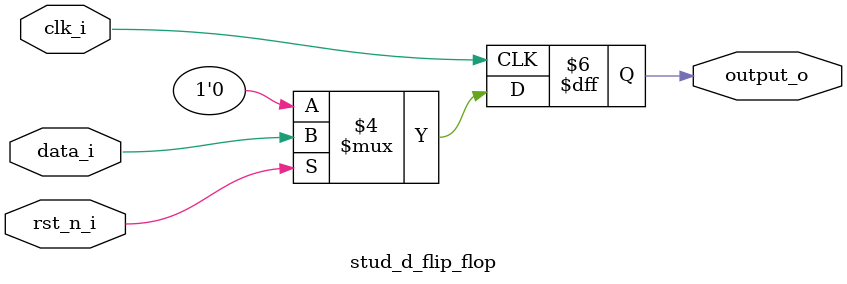
<source format=v>

`ifndef _D_FLIP_FLOP_
`define _D_FLIP_FLOP_
module stud_d_flip_flop (input clk_i, rst_n_i, data_i, 
					output reg output_o);
	always @(posedge clk_i) begin
		if(~rst_n_i) begin
			output_o <= 1'b0;
		end else begin
			output_o <= data_i;
		end
	end
endmodule
`endif

</source>
